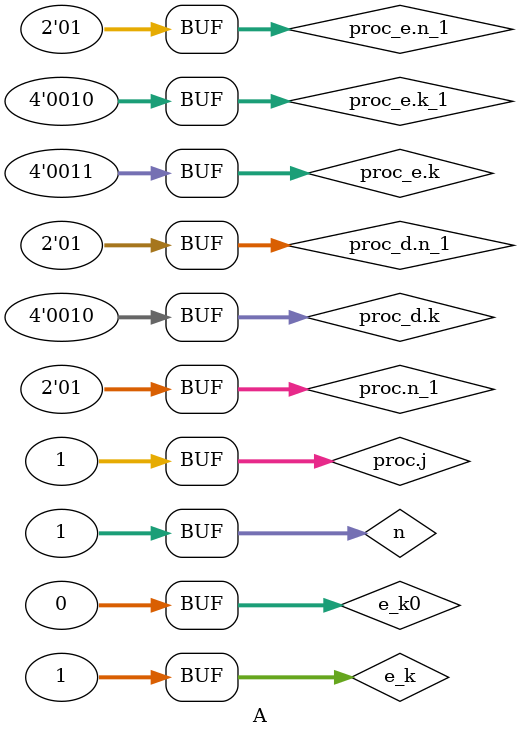
<source format=sv>

module B_top // "b_mod"
(
);


//------------------------------------------------------------------------------
// Child module instances

A a_mod
(

);

endmodule



//==============================================================================
//
// Module: A (test_virtual_field.cpp:99:5)
//
module A // "b_mod.a_mod"
(
);

// Variables generated for SystemC signals

//------------------------------------------------------------------------------
// Method process: proc (test_virtual_field.cpp:73:5) 

// Process-local variables
logic signed [31:0] n;

always_comb 
begin : proc     // test_virtual_field.cpp:73:5
    logic [1:0] n_1;
    integer j;
    // Call g() begin
    n_1 = 1;
    // Call g() end
    n = 1;
    j = 1;    // Call of g()
end

//------------------------------------------------------------------------------
// Method process: proc_d (test_virtual_field.cpp:80:5) 

always_comb 
begin : proc_d     // test_virtual_field.cpp:80:5
    logic [1:0] n_1;
    logic [3:0] k;
    // Call g() begin
    n_1 = 1;
    // Call g() end
    // Call f() begin
    k = 2;
    // Call f() end
end

//------------------------------------------------------------------------------
// Method process: proc_e (test_virtual_field.cpp:85:5) 

// Process-local variables
logic signed [31:0] e_k0;
logic [31:0] e_k;

always_comb 
begin : proc_e     // test_virtual_field.cpp:85:5
    logic [3:0] k;
    logic [3:0] k_1;
    logic [1:0] n_1;
    e_k0 = 0;
    e_k = 1;
    // Call f() begin
    k = 3;
    // Call f() end
    // Call f() begin
    k_1 = 2;
    // Call f() end
    // Call g() begin
    n_1 = 1;
    // Call g() end
end

endmodule



</source>
